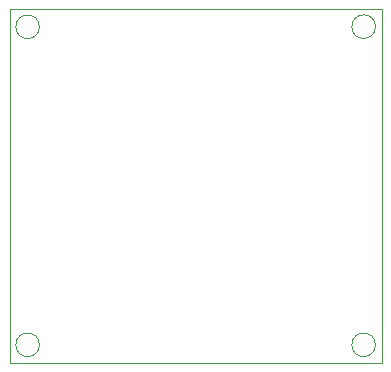
<source format=gm1>
G04 #@! TF.GenerationSoftware,KiCad,Pcbnew,5.1.1-8be2ce7~80~ubuntu16.04.1*
G04 #@! TF.CreationDate,2019-04-29T10:17:37+02:00*
G04 #@! TF.ProjectId,servomotors_ext_pwr_adaptor,73657276-6f6d-46f7-946f-72735f657874,rev?*
G04 #@! TF.SameCoordinates,Original*
G04 #@! TF.FileFunction,Profile,NP*
%FSLAX46Y46*%
G04 Gerber Fmt 4.6, Leading zero omitted, Abs format (unit mm)*
G04 Created by KiCad (PCBNEW 5.1.1-8be2ce7~80~ubuntu16.04.1) date 2019-04-29 10:17:37*
%MOMM*%
%LPD*%
G04 APERTURE LIST*
%ADD10C,0.050000*%
G04 APERTURE END LIST*
D10*
X98028000Y-112776000D02*
G75*
G03X98028000Y-112776000I-1000000J0D01*
G01*
X98028000Y-85852000D02*
G75*
G03X98028000Y-85852000I-1000000J0D01*
G01*
X127000000Y-114300000D02*
X127000000Y-84328000D01*
X95504000Y-114300000D02*
X127000000Y-114300000D01*
X126476000Y-85836000D02*
G75*
G03X126476000Y-85836000I-1000000J0D01*
G01*
X126476000Y-112776000D02*
G75*
G03X126476000Y-112776000I-1000000J0D01*
G01*
X95504000Y-114300000D02*
X95504000Y-84328000D01*
X95504000Y-84328000D02*
X127000000Y-84328000D01*
M02*

</source>
